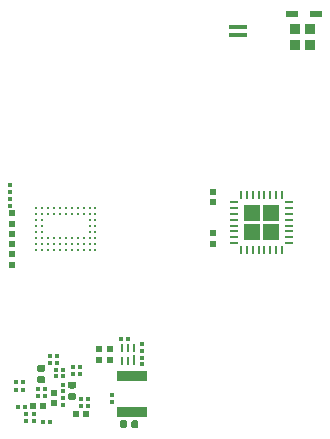
<source format=gbr>
G04 #@! TF.GenerationSoftware,KiCad,Pcbnew,(5.1.0)-1*
G04 #@! TF.CreationDate,2019-05-03T21:31:27-07:00*
G04 #@! TF.ProjectId,Miniscope-v4-PCB-fab-assembly_2,4d696e69-7363-46f7-9065-2d76342d5043,rev?*
G04 #@! TF.SameCoordinates,PX4b8e5e4PY51f011c*
G04 #@! TF.FileFunction,Paste,Bot*
G04 #@! TF.FilePolarity,Positive*
%FSLAX46Y46*%
G04 Gerber Fmt 4.6, Leading zero omitted, Abs format (unit mm)*
G04 Created by KiCad (PCBNEW (5.1.0)-1) date 2019-05-03 21:31:27*
%MOMM*%
%LPD*%
G04 APERTURE LIST*
%ADD10C,0.250000*%
%ADD11R,0.340000X0.310000*%
%ADD12R,0.630000X0.580000*%
%ADD13R,0.870000X0.810000*%
%ADD14R,1.060000X0.540000*%
%ADD15R,1.500000X0.450000*%
%ADD16R,0.920000X0.890000*%
%ADD17R,0.680000X0.260000*%
%ADD18R,0.260000X0.680000*%
%ADD19R,1.350000X1.350000*%
%ADD20R,0.580000X0.630000*%
%ADD21R,0.310000X0.340000*%
%ADD22R,2.620000X0.870000*%
%ADD23C,0.100000*%
%ADD24C,0.590000*%
%ADD25R,0.270000X0.820000*%
%ADD26R,0.270000X0.740000*%
G04 APERTURE END LIST*
D10*
X6750000Y-25088400D03*
X7250000Y-25088400D03*
X7750000Y-25088400D03*
X8250000Y-25088400D03*
X8750000Y-25088400D03*
X9250000Y-25088400D03*
X9750000Y-25088400D03*
X10250000Y-25088400D03*
X10750000Y-25088400D03*
X11250000Y-25088400D03*
X11750000Y-25088400D03*
X6750000Y-24588400D03*
X7250000Y-24588400D03*
X7750000Y-24588400D03*
X8250000Y-24588400D03*
X8750000Y-24588400D03*
X9250000Y-24588400D03*
X9750000Y-24588400D03*
X10250000Y-24588400D03*
X10750000Y-24588400D03*
X11250000Y-24588400D03*
X11750000Y-24588400D03*
X6750000Y-24088400D03*
X7250000Y-24088400D03*
X7750000Y-24088400D03*
X8250000Y-24088400D03*
X8750000Y-24088400D03*
X9250000Y-24088400D03*
X9750000Y-24088400D03*
X10250000Y-24088400D03*
X10750000Y-24088400D03*
X11250000Y-24088400D03*
X11750000Y-24088400D03*
X6750000Y-23588400D03*
X7250000Y-23588400D03*
X11250000Y-23588400D03*
X11750000Y-23588400D03*
X6750000Y-23088400D03*
X7250000Y-23088400D03*
X11250000Y-23088400D03*
X11750000Y-23088400D03*
X6750000Y-22588400D03*
X7250000Y-22588400D03*
X11250000Y-22588400D03*
X11750000Y-22588400D03*
X6750000Y-22088400D03*
X7250000Y-22088400D03*
X7750000Y-22088400D03*
X8250000Y-22088400D03*
X8750000Y-22088400D03*
X9250000Y-22088400D03*
X9750000Y-22088400D03*
X10250000Y-22088400D03*
X10750000Y-22088400D03*
X11250000Y-22088400D03*
X11750000Y-22088400D03*
X6750000Y-21588400D03*
X7250000Y-21588400D03*
X7750000Y-21588400D03*
X8250000Y-21588400D03*
X8750000Y-21588400D03*
X9250000Y-21588400D03*
X9750000Y-21588400D03*
X10250000Y-21588400D03*
X10750000Y-21588400D03*
X11250000Y-21588400D03*
X11750000Y-21588400D03*
D11*
X4508000Y-21374200D03*
X4508000Y-20824200D03*
X4533400Y-19655800D03*
X4533400Y-20205800D03*
D12*
X4660400Y-25480200D03*
X4660400Y-26370200D03*
X4660400Y-22915800D03*
X4660400Y-22025800D03*
X4660400Y-24643000D03*
X4660400Y-23753000D03*
D13*
X29900220Y-7789941D03*
X29900220Y-6429939D03*
D14*
X30422220Y-5128740D03*
X28362220Y-5128740D03*
D15*
X23811420Y-6915740D03*
X23811420Y-6215740D03*
D16*
X28655620Y-7774940D03*
X28655620Y-6444940D03*
D12*
X21709580Y-21080860D03*
X21709580Y-20190860D03*
X21721380Y-23726060D03*
X21721380Y-24616060D03*
D17*
X23475780Y-24557060D03*
X23475780Y-24057060D03*
X23475780Y-23557060D03*
X23475780Y-23057060D03*
X23475780Y-22557060D03*
X23475780Y-22057060D03*
X23475780Y-21557060D03*
X23475780Y-21057060D03*
D18*
X24060780Y-20472060D03*
X24560780Y-20472060D03*
X25060780Y-20472060D03*
X25560780Y-20472060D03*
X26060780Y-20472060D03*
X26560780Y-20472060D03*
X27060780Y-20472060D03*
X27560780Y-20472060D03*
D17*
X28145780Y-21057060D03*
X28145780Y-21557060D03*
X28145780Y-22057060D03*
X28145780Y-22557060D03*
X28145780Y-23057060D03*
X28145780Y-23557060D03*
X28145780Y-24057060D03*
X28145780Y-24557060D03*
D18*
X27560780Y-25142060D03*
X27060780Y-25142060D03*
X26560780Y-25142060D03*
X26060780Y-25142060D03*
X25560780Y-25142060D03*
X25060780Y-25142060D03*
X24560780Y-25142060D03*
X24060780Y-25142060D03*
D19*
X25035780Y-22032060D03*
X26585780Y-22032060D03*
X25035780Y-23582060D03*
X26585780Y-23582060D03*
D12*
X13022820Y-33534340D03*
X13022820Y-34424340D03*
D20*
X10985740Y-39026320D03*
X10095740Y-39026320D03*
D11*
X5885420Y-39562940D03*
X5885420Y-39012940D03*
D21*
X5043320Y-36262800D03*
X5593320Y-36262800D03*
X5588920Y-36946060D03*
X5038920Y-36946060D03*
X13955000Y-32633140D03*
X14505000Y-32633140D03*
D12*
X12057620Y-34424340D03*
X12057620Y-33534340D03*
D11*
X15689820Y-33113200D03*
X15689820Y-33663200D03*
X15689820Y-34787740D03*
X15689820Y-34237740D03*
X8994380Y-37697220D03*
X8994380Y-38247220D03*
X6512800Y-39562940D03*
X6512800Y-39012940D03*
D12*
X8240000Y-38099220D03*
X8240000Y-37209220D03*
D11*
X8382240Y-35813900D03*
X8382240Y-35263900D03*
X8984220Y-35256960D03*
X8984220Y-35806960D03*
D21*
X9880160Y-35635420D03*
X10430160Y-35635420D03*
X10430160Y-35015660D03*
X9880160Y-35015660D03*
D20*
X7346420Y-38297340D03*
X6456420Y-38297340D03*
D21*
X6905820Y-36900340D03*
X7455820Y-36900340D03*
X7455820Y-37509940D03*
X6905820Y-37509940D03*
X11113420Y-37713140D03*
X10563420Y-37713140D03*
X10563420Y-38322740D03*
X11113420Y-38322740D03*
D11*
X7917420Y-34136140D03*
X7917420Y-34686140D03*
X8519400Y-34683600D03*
X8519400Y-34133600D03*
D22*
X14877020Y-38807340D03*
X14877020Y-35757340D03*
D23*
G36*
X14289958Y-39552850D02*
G01*
X14304276Y-39554974D01*
X14318317Y-39558491D01*
X14331946Y-39563368D01*
X14345031Y-39569557D01*
X14357447Y-39576998D01*
X14369073Y-39585621D01*
X14379798Y-39595342D01*
X14389519Y-39606067D01*
X14398142Y-39617693D01*
X14405583Y-39630109D01*
X14411772Y-39643194D01*
X14416649Y-39656823D01*
X14420166Y-39670864D01*
X14422290Y-39685182D01*
X14423000Y-39699640D01*
X14423000Y-40044640D01*
X14422290Y-40059098D01*
X14420166Y-40073416D01*
X14416649Y-40087457D01*
X14411772Y-40101086D01*
X14405583Y-40114171D01*
X14398142Y-40126587D01*
X14389519Y-40138213D01*
X14379798Y-40148938D01*
X14369073Y-40158659D01*
X14357447Y-40167282D01*
X14345031Y-40174723D01*
X14331946Y-40180912D01*
X14318317Y-40185789D01*
X14304276Y-40189306D01*
X14289958Y-40191430D01*
X14275500Y-40192140D01*
X13980500Y-40192140D01*
X13966042Y-40191430D01*
X13951724Y-40189306D01*
X13937683Y-40185789D01*
X13924054Y-40180912D01*
X13910969Y-40174723D01*
X13898553Y-40167282D01*
X13886927Y-40158659D01*
X13876202Y-40148938D01*
X13866481Y-40138213D01*
X13857858Y-40126587D01*
X13850417Y-40114171D01*
X13844228Y-40101086D01*
X13839351Y-40087457D01*
X13835834Y-40073416D01*
X13833710Y-40059098D01*
X13833000Y-40044640D01*
X13833000Y-39699640D01*
X13833710Y-39685182D01*
X13835834Y-39670864D01*
X13839351Y-39656823D01*
X13844228Y-39643194D01*
X13850417Y-39630109D01*
X13857858Y-39617693D01*
X13866481Y-39606067D01*
X13876202Y-39595342D01*
X13886927Y-39585621D01*
X13898553Y-39576998D01*
X13910969Y-39569557D01*
X13924054Y-39563368D01*
X13937683Y-39558491D01*
X13951724Y-39554974D01*
X13966042Y-39552850D01*
X13980500Y-39552140D01*
X14275500Y-39552140D01*
X14289958Y-39552850D01*
X14289958Y-39552850D01*
G37*
D24*
X14128000Y-39872140D03*
D23*
G36*
X15259958Y-39552850D02*
G01*
X15274276Y-39554974D01*
X15288317Y-39558491D01*
X15301946Y-39563368D01*
X15315031Y-39569557D01*
X15327447Y-39576998D01*
X15339073Y-39585621D01*
X15349798Y-39595342D01*
X15359519Y-39606067D01*
X15368142Y-39617693D01*
X15375583Y-39630109D01*
X15381772Y-39643194D01*
X15386649Y-39656823D01*
X15390166Y-39670864D01*
X15392290Y-39685182D01*
X15393000Y-39699640D01*
X15393000Y-40044640D01*
X15392290Y-40059098D01*
X15390166Y-40073416D01*
X15386649Y-40087457D01*
X15381772Y-40101086D01*
X15375583Y-40114171D01*
X15368142Y-40126587D01*
X15359519Y-40138213D01*
X15349798Y-40148938D01*
X15339073Y-40158659D01*
X15327447Y-40167282D01*
X15315031Y-40174723D01*
X15301946Y-40180912D01*
X15288317Y-40185789D01*
X15274276Y-40189306D01*
X15259958Y-40191430D01*
X15245500Y-40192140D01*
X14950500Y-40192140D01*
X14936042Y-40191430D01*
X14921724Y-40189306D01*
X14907683Y-40185789D01*
X14894054Y-40180912D01*
X14880969Y-40174723D01*
X14868553Y-40167282D01*
X14856927Y-40158659D01*
X14846202Y-40148938D01*
X14836481Y-40138213D01*
X14827858Y-40126587D01*
X14820417Y-40114171D01*
X14814228Y-40101086D01*
X14809351Y-40087457D01*
X14805834Y-40073416D01*
X14803710Y-40059098D01*
X14803000Y-40044640D01*
X14803000Y-39699640D01*
X14803710Y-39685182D01*
X14805834Y-39670864D01*
X14809351Y-39656823D01*
X14814228Y-39643194D01*
X14820417Y-39630109D01*
X14827858Y-39617693D01*
X14836481Y-39606067D01*
X14846202Y-39595342D01*
X14856927Y-39585621D01*
X14868553Y-39576998D01*
X14880969Y-39569557D01*
X14894054Y-39563368D01*
X14907683Y-39558491D01*
X14921724Y-39554974D01*
X14936042Y-39552850D01*
X14950500Y-39552140D01*
X15245500Y-39552140D01*
X15259958Y-39552850D01*
X15259958Y-39552850D01*
G37*
D24*
X15098000Y-39872140D03*
D23*
G36*
X7342378Y-34851050D02*
G01*
X7356696Y-34853174D01*
X7370737Y-34856691D01*
X7384366Y-34861568D01*
X7397451Y-34867757D01*
X7409867Y-34875198D01*
X7421493Y-34883821D01*
X7432218Y-34893542D01*
X7441939Y-34904267D01*
X7450562Y-34915893D01*
X7458003Y-34928309D01*
X7464192Y-34941394D01*
X7469069Y-34955023D01*
X7472586Y-34969064D01*
X7474710Y-34983382D01*
X7475420Y-34997840D01*
X7475420Y-35292840D01*
X7474710Y-35307298D01*
X7472586Y-35321616D01*
X7469069Y-35335657D01*
X7464192Y-35349286D01*
X7458003Y-35362371D01*
X7450562Y-35374787D01*
X7441939Y-35386413D01*
X7432218Y-35397138D01*
X7421493Y-35406859D01*
X7409867Y-35415482D01*
X7397451Y-35422923D01*
X7384366Y-35429112D01*
X7370737Y-35433989D01*
X7356696Y-35437506D01*
X7342378Y-35439630D01*
X7327920Y-35440340D01*
X6982920Y-35440340D01*
X6968462Y-35439630D01*
X6954144Y-35437506D01*
X6940103Y-35433989D01*
X6926474Y-35429112D01*
X6913389Y-35422923D01*
X6900973Y-35415482D01*
X6889347Y-35406859D01*
X6878622Y-35397138D01*
X6868901Y-35386413D01*
X6860278Y-35374787D01*
X6852837Y-35362371D01*
X6846648Y-35349286D01*
X6841771Y-35335657D01*
X6838254Y-35321616D01*
X6836130Y-35307298D01*
X6835420Y-35292840D01*
X6835420Y-34997840D01*
X6836130Y-34983382D01*
X6838254Y-34969064D01*
X6841771Y-34955023D01*
X6846648Y-34941394D01*
X6852837Y-34928309D01*
X6860278Y-34915893D01*
X6868901Y-34904267D01*
X6878622Y-34893542D01*
X6889347Y-34883821D01*
X6900973Y-34875198D01*
X6913389Y-34867757D01*
X6926474Y-34861568D01*
X6940103Y-34856691D01*
X6954144Y-34853174D01*
X6968462Y-34851050D01*
X6982920Y-34850340D01*
X7327920Y-34850340D01*
X7342378Y-34851050D01*
X7342378Y-34851050D01*
G37*
D24*
X7155420Y-35145340D03*
D23*
G36*
X7342378Y-35821050D02*
G01*
X7356696Y-35823174D01*
X7370737Y-35826691D01*
X7384366Y-35831568D01*
X7397451Y-35837757D01*
X7409867Y-35845198D01*
X7421493Y-35853821D01*
X7432218Y-35863542D01*
X7441939Y-35874267D01*
X7450562Y-35885893D01*
X7458003Y-35898309D01*
X7464192Y-35911394D01*
X7469069Y-35925023D01*
X7472586Y-35939064D01*
X7474710Y-35953382D01*
X7475420Y-35967840D01*
X7475420Y-36262840D01*
X7474710Y-36277298D01*
X7472586Y-36291616D01*
X7469069Y-36305657D01*
X7464192Y-36319286D01*
X7458003Y-36332371D01*
X7450562Y-36344787D01*
X7441939Y-36356413D01*
X7432218Y-36367138D01*
X7421493Y-36376859D01*
X7409867Y-36385482D01*
X7397451Y-36392923D01*
X7384366Y-36399112D01*
X7370737Y-36403989D01*
X7356696Y-36407506D01*
X7342378Y-36409630D01*
X7327920Y-36410340D01*
X6982920Y-36410340D01*
X6968462Y-36409630D01*
X6954144Y-36407506D01*
X6940103Y-36403989D01*
X6926474Y-36399112D01*
X6913389Y-36392923D01*
X6900973Y-36385482D01*
X6889347Y-36376859D01*
X6878622Y-36367138D01*
X6868901Y-36356413D01*
X6860278Y-36344787D01*
X6852837Y-36332371D01*
X6846648Y-36319286D01*
X6841771Y-36305657D01*
X6838254Y-36291616D01*
X6836130Y-36277298D01*
X6835420Y-36262840D01*
X6835420Y-35967840D01*
X6836130Y-35953382D01*
X6838254Y-35939064D01*
X6841771Y-35925023D01*
X6846648Y-35911394D01*
X6852837Y-35898309D01*
X6860278Y-35885893D01*
X6868901Y-35874267D01*
X6878622Y-35863542D01*
X6889347Y-35853821D01*
X6900973Y-35845198D01*
X6913389Y-35837757D01*
X6926474Y-35831568D01*
X6940103Y-35826691D01*
X6954144Y-35823174D01*
X6968462Y-35821050D01*
X6982920Y-35820340D01*
X7327920Y-35820340D01*
X7342378Y-35821050D01*
X7342378Y-35821050D01*
G37*
D24*
X7155420Y-36115340D03*
D23*
G36*
X9958578Y-37233290D02*
G01*
X9972896Y-37235414D01*
X9986937Y-37238931D01*
X10000566Y-37243808D01*
X10013651Y-37249997D01*
X10026067Y-37257438D01*
X10037693Y-37266061D01*
X10048418Y-37275782D01*
X10058139Y-37286507D01*
X10066762Y-37298133D01*
X10074203Y-37310549D01*
X10080392Y-37323634D01*
X10085269Y-37337263D01*
X10088786Y-37351304D01*
X10090910Y-37365622D01*
X10091620Y-37380080D01*
X10091620Y-37675080D01*
X10090910Y-37689538D01*
X10088786Y-37703856D01*
X10085269Y-37717897D01*
X10080392Y-37731526D01*
X10074203Y-37744611D01*
X10066762Y-37757027D01*
X10058139Y-37768653D01*
X10048418Y-37779378D01*
X10037693Y-37789099D01*
X10026067Y-37797722D01*
X10013651Y-37805163D01*
X10000566Y-37811352D01*
X9986937Y-37816229D01*
X9972896Y-37819746D01*
X9958578Y-37821870D01*
X9944120Y-37822580D01*
X9599120Y-37822580D01*
X9584662Y-37821870D01*
X9570344Y-37819746D01*
X9556303Y-37816229D01*
X9542674Y-37811352D01*
X9529589Y-37805163D01*
X9517173Y-37797722D01*
X9505547Y-37789099D01*
X9494822Y-37779378D01*
X9485101Y-37768653D01*
X9476478Y-37757027D01*
X9469037Y-37744611D01*
X9462848Y-37731526D01*
X9457971Y-37717897D01*
X9454454Y-37703856D01*
X9452330Y-37689538D01*
X9451620Y-37675080D01*
X9451620Y-37380080D01*
X9452330Y-37365622D01*
X9454454Y-37351304D01*
X9457971Y-37337263D01*
X9462848Y-37323634D01*
X9469037Y-37310549D01*
X9476478Y-37298133D01*
X9485101Y-37286507D01*
X9494822Y-37275782D01*
X9505547Y-37266061D01*
X9517173Y-37257438D01*
X9529589Y-37249997D01*
X9542674Y-37243808D01*
X9556303Y-37238931D01*
X9570344Y-37235414D01*
X9584662Y-37233290D01*
X9599120Y-37232580D01*
X9944120Y-37232580D01*
X9958578Y-37233290D01*
X9958578Y-37233290D01*
G37*
D24*
X9771620Y-37527580D03*
D23*
G36*
X9958578Y-36263290D02*
G01*
X9972896Y-36265414D01*
X9986937Y-36268931D01*
X10000566Y-36273808D01*
X10013651Y-36279997D01*
X10026067Y-36287438D01*
X10037693Y-36296061D01*
X10048418Y-36305782D01*
X10058139Y-36316507D01*
X10066762Y-36328133D01*
X10074203Y-36340549D01*
X10080392Y-36353634D01*
X10085269Y-36367263D01*
X10088786Y-36381304D01*
X10090910Y-36395622D01*
X10091620Y-36410080D01*
X10091620Y-36705080D01*
X10090910Y-36719538D01*
X10088786Y-36733856D01*
X10085269Y-36747897D01*
X10080392Y-36761526D01*
X10074203Y-36774611D01*
X10066762Y-36787027D01*
X10058139Y-36798653D01*
X10048418Y-36809378D01*
X10037693Y-36819099D01*
X10026067Y-36827722D01*
X10013651Y-36835163D01*
X10000566Y-36841352D01*
X9986937Y-36846229D01*
X9972896Y-36849746D01*
X9958578Y-36851870D01*
X9944120Y-36852580D01*
X9599120Y-36852580D01*
X9584662Y-36851870D01*
X9570344Y-36849746D01*
X9556303Y-36846229D01*
X9542674Y-36841352D01*
X9529589Y-36835163D01*
X9517173Y-36827722D01*
X9505547Y-36819099D01*
X9494822Y-36809378D01*
X9485101Y-36798653D01*
X9476478Y-36787027D01*
X9469037Y-36774611D01*
X9462848Y-36761526D01*
X9457971Y-36747897D01*
X9454454Y-36733856D01*
X9452330Y-36719538D01*
X9451620Y-36705080D01*
X9451620Y-36410080D01*
X9452330Y-36395622D01*
X9454454Y-36381304D01*
X9457971Y-36367263D01*
X9462848Y-36353634D01*
X9469037Y-36340549D01*
X9476478Y-36328133D01*
X9485101Y-36316507D01*
X9494822Y-36305782D01*
X9505547Y-36296061D01*
X9517173Y-36287438D01*
X9529589Y-36279997D01*
X9542674Y-36273808D01*
X9556303Y-36268931D01*
X9570344Y-36265414D01*
X9584662Y-36263290D01*
X9599120Y-36262580D01*
X9944120Y-36262580D01*
X9958578Y-36263290D01*
X9958578Y-36263290D01*
G37*
D24*
X9771620Y-36557580D03*
D11*
X13116800Y-37414600D03*
X13116800Y-37964600D03*
X8984220Y-37063580D03*
X8984220Y-36513580D03*
D21*
X7314760Y-39709580D03*
X7864760Y-39709580D03*
X5754020Y-38424340D03*
X5204020Y-38424340D03*
D25*
X14996400Y-34463400D03*
D26*
X14496400Y-34503400D03*
X13996400Y-34503400D03*
X13996400Y-33443400D03*
X14496400Y-33443400D03*
X14996400Y-33443400D03*
M02*

</source>
